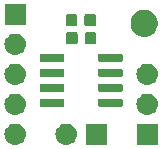
<source format=gts>
G04 #@! TF.GenerationSoftware,KiCad,Pcbnew,5.1.2-f72e74a~84~ubuntu16.04.1*
G04 #@! TF.CreationDate,2019-07-19T18:16:20+01:00*
G04 #@! TF.ProjectId,DigitalPot,44696769-7461-46c5-906f-742e6b696361,rev?*
G04 #@! TF.SameCoordinates,Original*
G04 #@! TF.FileFunction,Soldermask,Top*
G04 #@! TF.FilePolarity,Negative*
%FSLAX46Y46*%
G04 Gerber Fmt 4.6, Leading zero omitted, Abs format (unit mm)*
G04 Created by KiCad (PCBNEW 5.1.2-f72e74a~84~ubuntu16.04.1) date 2019-07-19 18:16:20*
%MOMM*%
%LPD*%
G04 APERTURE LIST*
%ADD10C,0.100000*%
G04 APERTURE END LIST*
D10*
G36*
X149462442Y-73019518D02*
G01*
X149528627Y-73026037D01*
X149698466Y-73077557D01*
X149854991Y-73161222D01*
X149890729Y-73190552D01*
X149992186Y-73273814D01*
X150075448Y-73375271D01*
X150104778Y-73411009D01*
X150188443Y-73567534D01*
X150239963Y-73737373D01*
X150257359Y-73914000D01*
X150239963Y-74090627D01*
X150188443Y-74260466D01*
X150104778Y-74416991D01*
X150075448Y-74452729D01*
X149992186Y-74554186D01*
X149890729Y-74637448D01*
X149854991Y-74666778D01*
X149698466Y-74750443D01*
X149528627Y-74801963D01*
X149462442Y-74808482D01*
X149396260Y-74815000D01*
X149307740Y-74815000D01*
X149241558Y-74808482D01*
X149175373Y-74801963D01*
X149005534Y-74750443D01*
X148849009Y-74666778D01*
X148813271Y-74637448D01*
X148711814Y-74554186D01*
X148628552Y-74452729D01*
X148599222Y-74416991D01*
X148515557Y-74260466D01*
X148464037Y-74090627D01*
X148446641Y-73914000D01*
X148464037Y-73737373D01*
X148515557Y-73567534D01*
X148599222Y-73411009D01*
X148628552Y-73375271D01*
X148711814Y-73273814D01*
X148813271Y-73190552D01*
X148849009Y-73161222D01*
X149005534Y-73077557D01*
X149175373Y-73026037D01*
X149241558Y-73019518D01*
X149307740Y-73013000D01*
X149396260Y-73013000D01*
X149462442Y-73019518D01*
X149462442Y-73019518D01*
G37*
G36*
X145144442Y-73019518D02*
G01*
X145210627Y-73026037D01*
X145380466Y-73077557D01*
X145536991Y-73161222D01*
X145572729Y-73190552D01*
X145674186Y-73273814D01*
X145757448Y-73375271D01*
X145786778Y-73411009D01*
X145870443Y-73567534D01*
X145921963Y-73737373D01*
X145939359Y-73914000D01*
X145921963Y-74090627D01*
X145870443Y-74260466D01*
X145786778Y-74416991D01*
X145757448Y-74452729D01*
X145674186Y-74554186D01*
X145572729Y-74637448D01*
X145536991Y-74666778D01*
X145380466Y-74750443D01*
X145210627Y-74801963D01*
X145144442Y-74808482D01*
X145078260Y-74815000D01*
X144989740Y-74815000D01*
X144923558Y-74808482D01*
X144857373Y-74801963D01*
X144687534Y-74750443D01*
X144531009Y-74666778D01*
X144495271Y-74637448D01*
X144393814Y-74554186D01*
X144310552Y-74452729D01*
X144281222Y-74416991D01*
X144197557Y-74260466D01*
X144146037Y-74090627D01*
X144128641Y-73914000D01*
X144146037Y-73737373D01*
X144197557Y-73567534D01*
X144281222Y-73411009D01*
X144310552Y-73375271D01*
X144393814Y-73273814D01*
X144495271Y-73190552D01*
X144531009Y-73161222D01*
X144687534Y-73077557D01*
X144857373Y-73026037D01*
X144923558Y-73019518D01*
X144989740Y-73013000D01*
X145078260Y-73013000D01*
X145144442Y-73019518D01*
X145144442Y-73019518D01*
G37*
G36*
X157111000Y-74815000D02*
G01*
X155309000Y-74815000D01*
X155309000Y-73013000D01*
X157111000Y-73013000D01*
X157111000Y-74815000D01*
X157111000Y-74815000D01*
G37*
G36*
X152793000Y-74815000D02*
G01*
X150991000Y-74815000D01*
X150991000Y-73013000D01*
X152793000Y-73013000D01*
X152793000Y-74815000D01*
X152793000Y-74815000D01*
G37*
G36*
X156320443Y-70479519D02*
G01*
X156386627Y-70486037D01*
X156556466Y-70537557D01*
X156712991Y-70621222D01*
X156748729Y-70650552D01*
X156850186Y-70733814D01*
X156933448Y-70835271D01*
X156962778Y-70871009D01*
X157046443Y-71027534D01*
X157097963Y-71197373D01*
X157115359Y-71374000D01*
X157097963Y-71550627D01*
X157046443Y-71720466D01*
X156962778Y-71876991D01*
X156933448Y-71912729D01*
X156850186Y-72014186D01*
X156748729Y-72097448D01*
X156712991Y-72126778D01*
X156556466Y-72210443D01*
X156386627Y-72261963D01*
X156320443Y-72268481D01*
X156254260Y-72275000D01*
X156165740Y-72275000D01*
X156099557Y-72268481D01*
X156033373Y-72261963D01*
X155863534Y-72210443D01*
X155707009Y-72126778D01*
X155671271Y-72097448D01*
X155569814Y-72014186D01*
X155486552Y-71912729D01*
X155457222Y-71876991D01*
X155373557Y-71720466D01*
X155322037Y-71550627D01*
X155304641Y-71374000D01*
X155322037Y-71197373D01*
X155373557Y-71027534D01*
X155457222Y-70871009D01*
X155486552Y-70835271D01*
X155569814Y-70733814D01*
X155671271Y-70650552D01*
X155707009Y-70621222D01*
X155863534Y-70537557D01*
X156033373Y-70486037D01*
X156099557Y-70479519D01*
X156165740Y-70473000D01*
X156254260Y-70473000D01*
X156320443Y-70479519D01*
X156320443Y-70479519D01*
G37*
G36*
X145144443Y-70479519D02*
G01*
X145210627Y-70486037D01*
X145380466Y-70537557D01*
X145536991Y-70621222D01*
X145572729Y-70650552D01*
X145674186Y-70733814D01*
X145757448Y-70835271D01*
X145786778Y-70871009D01*
X145870443Y-71027534D01*
X145921963Y-71197373D01*
X145939359Y-71374000D01*
X145921963Y-71550627D01*
X145870443Y-71720466D01*
X145786778Y-71876991D01*
X145757448Y-71912729D01*
X145674186Y-72014186D01*
X145572729Y-72097448D01*
X145536991Y-72126778D01*
X145380466Y-72210443D01*
X145210627Y-72261963D01*
X145144443Y-72268481D01*
X145078260Y-72275000D01*
X144989740Y-72275000D01*
X144923557Y-72268481D01*
X144857373Y-72261963D01*
X144687534Y-72210443D01*
X144531009Y-72126778D01*
X144495271Y-72097448D01*
X144393814Y-72014186D01*
X144310552Y-71912729D01*
X144281222Y-71876991D01*
X144197557Y-71720466D01*
X144146037Y-71550627D01*
X144128641Y-71374000D01*
X144146037Y-71197373D01*
X144197557Y-71027534D01*
X144281222Y-70871009D01*
X144310552Y-70835271D01*
X144393814Y-70733814D01*
X144495271Y-70650552D01*
X144531009Y-70621222D01*
X144687534Y-70537557D01*
X144857373Y-70486037D01*
X144923557Y-70479519D01*
X144989740Y-70473000D01*
X145078260Y-70473000D01*
X145144443Y-70479519D01*
X145144443Y-70479519D01*
G37*
G36*
X149081928Y-70898764D02*
G01*
X149103009Y-70905160D01*
X149122445Y-70915548D01*
X149139476Y-70929524D01*
X149153452Y-70946555D01*
X149163840Y-70965991D01*
X149170236Y-70987072D01*
X149173000Y-71015140D01*
X149173000Y-71478860D01*
X149170236Y-71506928D01*
X149163840Y-71528009D01*
X149153452Y-71547445D01*
X149139476Y-71564476D01*
X149122445Y-71578452D01*
X149103009Y-71588840D01*
X149081928Y-71595236D01*
X149053860Y-71598000D01*
X147240140Y-71598000D01*
X147212072Y-71595236D01*
X147190991Y-71588840D01*
X147171555Y-71578452D01*
X147154524Y-71564476D01*
X147140548Y-71547445D01*
X147130160Y-71528009D01*
X147123764Y-71506928D01*
X147121000Y-71478860D01*
X147121000Y-71015140D01*
X147123764Y-70987072D01*
X147130160Y-70965991D01*
X147140548Y-70946555D01*
X147154524Y-70929524D01*
X147171555Y-70915548D01*
X147190991Y-70905160D01*
X147212072Y-70898764D01*
X147240140Y-70896000D01*
X149053860Y-70896000D01*
X149081928Y-70898764D01*
X149081928Y-70898764D01*
G37*
G36*
X154031928Y-70898764D02*
G01*
X154053009Y-70905160D01*
X154072445Y-70915548D01*
X154089476Y-70929524D01*
X154103452Y-70946555D01*
X154113840Y-70965991D01*
X154120236Y-70987072D01*
X154123000Y-71015140D01*
X154123000Y-71478860D01*
X154120236Y-71506928D01*
X154113840Y-71528009D01*
X154103452Y-71547445D01*
X154089476Y-71564476D01*
X154072445Y-71578452D01*
X154053009Y-71588840D01*
X154031928Y-71595236D01*
X154003860Y-71598000D01*
X152190140Y-71598000D01*
X152162072Y-71595236D01*
X152140991Y-71588840D01*
X152121555Y-71578452D01*
X152104524Y-71564476D01*
X152090548Y-71547445D01*
X152080160Y-71528009D01*
X152073764Y-71506928D01*
X152071000Y-71478860D01*
X152071000Y-71015140D01*
X152073764Y-70987072D01*
X152080160Y-70965991D01*
X152090548Y-70946555D01*
X152104524Y-70929524D01*
X152121555Y-70915548D01*
X152140991Y-70905160D01*
X152162072Y-70898764D01*
X152190140Y-70896000D01*
X154003860Y-70896000D01*
X154031928Y-70898764D01*
X154031928Y-70898764D01*
G37*
G36*
X149081928Y-69628764D02*
G01*
X149103009Y-69635160D01*
X149122445Y-69645548D01*
X149139476Y-69659524D01*
X149153452Y-69676555D01*
X149163840Y-69695991D01*
X149170236Y-69717072D01*
X149173000Y-69745140D01*
X149173000Y-70208860D01*
X149170236Y-70236928D01*
X149163840Y-70258009D01*
X149153452Y-70277445D01*
X149139476Y-70294476D01*
X149122445Y-70308452D01*
X149103009Y-70318840D01*
X149081928Y-70325236D01*
X149053860Y-70328000D01*
X147240140Y-70328000D01*
X147212072Y-70325236D01*
X147190991Y-70318840D01*
X147171555Y-70308452D01*
X147154524Y-70294476D01*
X147140548Y-70277445D01*
X147130160Y-70258009D01*
X147123764Y-70236928D01*
X147121000Y-70208860D01*
X147121000Y-69745140D01*
X147123764Y-69717072D01*
X147130160Y-69695991D01*
X147140548Y-69676555D01*
X147154524Y-69659524D01*
X147171555Y-69645548D01*
X147190991Y-69635160D01*
X147212072Y-69628764D01*
X147240140Y-69626000D01*
X149053860Y-69626000D01*
X149081928Y-69628764D01*
X149081928Y-69628764D01*
G37*
G36*
X154031928Y-69628764D02*
G01*
X154053009Y-69635160D01*
X154072445Y-69645548D01*
X154089476Y-69659524D01*
X154103452Y-69676555D01*
X154113840Y-69695991D01*
X154120236Y-69717072D01*
X154123000Y-69745140D01*
X154123000Y-70208860D01*
X154120236Y-70236928D01*
X154113840Y-70258009D01*
X154103452Y-70277445D01*
X154089476Y-70294476D01*
X154072445Y-70308452D01*
X154053009Y-70318840D01*
X154031928Y-70325236D01*
X154003860Y-70328000D01*
X152190140Y-70328000D01*
X152162072Y-70325236D01*
X152140991Y-70318840D01*
X152121555Y-70308452D01*
X152104524Y-70294476D01*
X152090548Y-70277445D01*
X152080160Y-70258009D01*
X152073764Y-70236928D01*
X152071000Y-70208860D01*
X152071000Y-69745140D01*
X152073764Y-69717072D01*
X152080160Y-69695991D01*
X152090548Y-69676555D01*
X152104524Y-69659524D01*
X152121555Y-69645548D01*
X152140991Y-69635160D01*
X152162072Y-69628764D01*
X152190140Y-69626000D01*
X154003860Y-69626000D01*
X154031928Y-69628764D01*
X154031928Y-69628764D01*
G37*
G36*
X145144442Y-67939518D02*
G01*
X145210627Y-67946037D01*
X145380466Y-67997557D01*
X145536991Y-68081222D01*
X145572729Y-68110552D01*
X145674186Y-68193814D01*
X145757448Y-68295271D01*
X145786778Y-68331009D01*
X145870443Y-68487534D01*
X145921963Y-68657373D01*
X145939359Y-68834000D01*
X145921963Y-69010627D01*
X145870443Y-69180466D01*
X145786778Y-69336991D01*
X145757448Y-69372729D01*
X145674186Y-69474186D01*
X145572729Y-69557448D01*
X145536991Y-69586778D01*
X145380466Y-69670443D01*
X145210627Y-69721963D01*
X145144443Y-69728481D01*
X145078260Y-69735000D01*
X144989740Y-69735000D01*
X144923557Y-69728481D01*
X144857373Y-69721963D01*
X144687534Y-69670443D01*
X144531009Y-69586778D01*
X144495271Y-69557448D01*
X144393814Y-69474186D01*
X144310552Y-69372729D01*
X144281222Y-69336991D01*
X144197557Y-69180466D01*
X144146037Y-69010627D01*
X144128641Y-68834000D01*
X144146037Y-68657373D01*
X144197557Y-68487534D01*
X144281222Y-68331009D01*
X144310552Y-68295271D01*
X144393814Y-68193814D01*
X144495271Y-68110552D01*
X144531009Y-68081222D01*
X144687534Y-67997557D01*
X144857373Y-67946037D01*
X144923558Y-67939518D01*
X144989740Y-67933000D01*
X145078260Y-67933000D01*
X145144442Y-67939518D01*
X145144442Y-67939518D01*
G37*
G36*
X156320442Y-67939518D02*
G01*
X156386627Y-67946037D01*
X156556466Y-67997557D01*
X156712991Y-68081222D01*
X156748729Y-68110552D01*
X156850186Y-68193814D01*
X156933448Y-68295271D01*
X156962778Y-68331009D01*
X157046443Y-68487534D01*
X157097963Y-68657373D01*
X157115359Y-68834000D01*
X157097963Y-69010627D01*
X157046443Y-69180466D01*
X156962778Y-69336991D01*
X156933448Y-69372729D01*
X156850186Y-69474186D01*
X156748729Y-69557448D01*
X156712991Y-69586778D01*
X156556466Y-69670443D01*
X156386627Y-69721963D01*
X156320443Y-69728481D01*
X156254260Y-69735000D01*
X156165740Y-69735000D01*
X156099557Y-69728481D01*
X156033373Y-69721963D01*
X155863534Y-69670443D01*
X155707009Y-69586778D01*
X155671271Y-69557448D01*
X155569814Y-69474186D01*
X155486552Y-69372729D01*
X155457222Y-69336991D01*
X155373557Y-69180466D01*
X155322037Y-69010627D01*
X155304641Y-68834000D01*
X155322037Y-68657373D01*
X155373557Y-68487534D01*
X155457222Y-68331009D01*
X155486552Y-68295271D01*
X155569814Y-68193814D01*
X155671271Y-68110552D01*
X155707009Y-68081222D01*
X155863534Y-67997557D01*
X156033373Y-67946037D01*
X156099558Y-67939518D01*
X156165740Y-67933000D01*
X156254260Y-67933000D01*
X156320442Y-67939518D01*
X156320442Y-67939518D01*
G37*
G36*
X154031928Y-68358764D02*
G01*
X154053009Y-68365160D01*
X154072445Y-68375548D01*
X154089476Y-68389524D01*
X154103452Y-68406555D01*
X154113840Y-68425991D01*
X154120236Y-68447072D01*
X154123000Y-68475140D01*
X154123000Y-68938860D01*
X154120236Y-68966928D01*
X154113840Y-68988009D01*
X154103452Y-69007445D01*
X154089476Y-69024476D01*
X154072445Y-69038452D01*
X154053009Y-69048840D01*
X154031928Y-69055236D01*
X154003860Y-69058000D01*
X152190140Y-69058000D01*
X152162072Y-69055236D01*
X152140991Y-69048840D01*
X152121555Y-69038452D01*
X152104524Y-69024476D01*
X152090548Y-69007445D01*
X152080160Y-68988009D01*
X152073764Y-68966928D01*
X152071000Y-68938860D01*
X152071000Y-68475140D01*
X152073764Y-68447072D01*
X152080160Y-68425991D01*
X152090548Y-68406555D01*
X152104524Y-68389524D01*
X152121555Y-68375548D01*
X152140991Y-68365160D01*
X152162072Y-68358764D01*
X152190140Y-68356000D01*
X154003860Y-68356000D01*
X154031928Y-68358764D01*
X154031928Y-68358764D01*
G37*
G36*
X149081928Y-68358764D02*
G01*
X149103009Y-68365160D01*
X149122445Y-68375548D01*
X149139476Y-68389524D01*
X149153452Y-68406555D01*
X149163840Y-68425991D01*
X149170236Y-68447072D01*
X149173000Y-68475140D01*
X149173000Y-68938860D01*
X149170236Y-68966928D01*
X149163840Y-68988009D01*
X149153452Y-69007445D01*
X149139476Y-69024476D01*
X149122445Y-69038452D01*
X149103009Y-69048840D01*
X149081928Y-69055236D01*
X149053860Y-69058000D01*
X147240140Y-69058000D01*
X147212072Y-69055236D01*
X147190991Y-69048840D01*
X147171555Y-69038452D01*
X147154524Y-69024476D01*
X147140548Y-69007445D01*
X147130160Y-68988009D01*
X147123764Y-68966928D01*
X147121000Y-68938860D01*
X147121000Y-68475140D01*
X147123764Y-68447072D01*
X147130160Y-68425991D01*
X147140548Y-68406555D01*
X147154524Y-68389524D01*
X147171555Y-68375548D01*
X147190991Y-68365160D01*
X147212072Y-68358764D01*
X147240140Y-68356000D01*
X149053860Y-68356000D01*
X149081928Y-68358764D01*
X149081928Y-68358764D01*
G37*
G36*
X154031928Y-67088764D02*
G01*
X154053009Y-67095160D01*
X154072445Y-67105548D01*
X154089476Y-67119524D01*
X154103452Y-67136555D01*
X154113840Y-67155991D01*
X154120236Y-67177072D01*
X154123000Y-67205140D01*
X154123000Y-67668860D01*
X154120236Y-67696928D01*
X154113840Y-67718009D01*
X154103452Y-67737445D01*
X154089476Y-67754476D01*
X154072445Y-67768452D01*
X154053009Y-67778840D01*
X154031928Y-67785236D01*
X154003860Y-67788000D01*
X152190140Y-67788000D01*
X152162072Y-67785236D01*
X152140991Y-67778840D01*
X152121555Y-67768452D01*
X152104524Y-67754476D01*
X152090548Y-67737445D01*
X152080160Y-67718009D01*
X152073764Y-67696928D01*
X152071000Y-67668860D01*
X152071000Y-67205140D01*
X152073764Y-67177072D01*
X152080160Y-67155991D01*
X152090548Y-67136555D01*
X152104524Y-67119524D01*
X152121555Y-67105548D01*
X152140991Y-67095160D01*
X152162072Y-67088764D01*
X152190140Y-67086000D01*
X154003860Y-67086000D01*
X154031928Y-67088764D01*
X154031928Y-67088764D01*
G37*
G36*
X149081928Y-67088764D02*
G01*
X149103009Y-67095160D01*
X149122445Y-67105548D01*
X149139476Y-67119524D01*
X149153452Y-67136555D01*
X149163840Y-67155991D01*
X149170236Y-67177072D01*
X149173000Y-67205140D01*
X149173000Y-67668860D01*
X149170236Y-67696928D01*
X149163840Y-67718009D01*
X149153452Y-67737445D01*
X149139476Y-67754476D01*
X149122445Y-67768452D01*
X149103009Y-67778840D01*
X149081928Y-67785236D01*
X149053860Y-67788000D01*
X147240140Y-67788000D01*
X147212072Y-67785236D01*
X147190991Y-67778840D01*
X147171555Y-67768452D01*
X147154524Y-67754476D01*
X147140548Y-67737445D01*
X147130160Y-67718009D01*
X147123764Y-67696928D01*
X147121000Y-67668860D01*
X147121000Y-67205140D01*
X147123764Y-67177072D01*
X147130160Y-67155991D01*
X147140548Y-67136555D01*
X147154524Y-67119524D01*
X147171555Y-67105548D01*
X147190991Y-67095160D01*
X147212072Y-67088764D01*
X147240140Y-67086000D01*
X149053860Y-67086000D01*
X149081928Y-67088764D01*
X149081928Y-67088764D01*
G37*
G36*
X145144443Y-65399519D02*
G01*
X145210627Y-65406037D01*
X145380466Y-65457557D01*
X145536991Y-65541222D01*
X145572729Y-65570552D01*
X145674186Y-65653814D01*
X145757448Y-65755271D01*
X145786778Y-65791009D01*
X145870443Y-65947534D01*
X145921963Y-66117373D01*
X145939359Y-66294000D01*
X145921963Y-66470627D01*
X145870443Y-66640466D01*
X145786778Y-66796991D01*
X145757448Y-66832729D01*
X145674186Y-66934186D01*
X145572729Y-67017448D01*
X145536991Y-67046778D01*
X145380466Y-67130443D01*
X145210627Y-67181963D01*
X145144442Y-67188482D01*
X145078260Y-67195000D01*
X144989740Y-67195000D01*
X144923558Y-67188482D01*
X144857373Y-67181963D01*
X144687534Y-67130443D01*
X144531009Y-67046778D01*
X144495271Y-67017448D01*
X144393814Y-66934186D01*
X144310552Y-66832729D01*
X144281222Y-66796991D01*
X144197557Y-66640466D01*
X144146037Y-66470627D01*
X144128641Y-66294000D01*
X144146037Y-66117373D01*
X144197557Y-65947534D01*
X144281222Y-65791009D01*
X144310552Y-65755271D01*
X144393814Y-65653814D01*
X144495271Y-65570552D01*
X144531009Y-65541222D01*
X144687534Y-65457557D01*
X144857373Y-65406037D01*
X144923557Y-65399519D01*
X144989740Y-65393000D01*
X145078260Y-65393000D01*
X145144443Y-65399519D01*
X145144443Y-65399519D01*
G37*
G36*
X150176591Y-65264085D02*
G01*
X150210569Y-65274393D01*
X150241890Y-65291134D01*
X150269339Y-65313661D01*
X150291866Y-65341110D01*
X150308607Y-65372431D01*
X150318915Y-65406409D01*
X150323000Y-65447890D01*
X150323000Y-66124110D01*
X150318915Y-66165591D01*
X150308607Y-66199569D01*
X150291866Y-66230890D01*
X150269339Y-66258339D01*
X150241890Y-66280866D01*
X150210569Y-66297607D01*
X150176591Y-66307915D01*
X150135110Y-66312000D01*
X149533890Y-66312000D01*
X149492409Y-66307915D01*
X149458431Y-66297607D01*
X149427110Y-66280866D01*
X149399661Y-66258339D01*
X149377134Y-66230890D01*
X149360393Y-66199569D01*
X149350085Y-66165591D01*
X149346000Y-66124110D01*
X149346000Y-65447890D01*
X149350085Y-65406409D01*
X149360393Y-65372431D01*
X149377134Y-65341110D01*
X149399661Y-65313661D01*
X149427110Y-65291134D01*
X149458431Y-65274393D01*
X149492409Y-65264085D01*
X149533890Y-65260000D01*
X150135110Y-65260000D01*
X150176591Y-65264085D01*
X150176591Y-65264085D01*
G37*
G36*
X151751591Y-65264085D02*
G01*
X151785569Y-65274393D01*
X151816890Y-65291134D01*
X151844339Y-65313661D01*
X151866866Y-65341110D01*
X151883607Y-65372431D01*
X151893915Y-65406409D01*
X151898000Y-65447890D01*
X151898000Y-66124110D01*
X151893915Y-66165591D01*
X151883607Y-66199569D01*
X151866866Y-66230890D01*
X151844339Y-66258339D01*
X151816890Y-66280866D01*
X151785569Y-66297607D01*
X151751591Y-66307915D01*
X151710110Y-66312000D01*
X151108890Y-66312000D01*
X151067409Y-66307915D01*
X151033431Y-66297607D01*
X151002110Y-66280866D01*
X150974661Y-66258339D01*
X150952134Y-66230890D01*
X150935393Y-66199569D01*
X150925085Y-66165591D01*
X150921000Y-66124110D01*
X150921000Y-65447890D01*
X150925085Y-65406409D01*
X150935393Y-65372431D01*
X150952134Y-65341110D01*
X150974661Y-65313661D01*
X151002110Y-65291134D01*
X151033431Y-65274393D01*
X151067409Y-65264085D01*
X151108890Y-65260000D01*
X151710110Y-65260000D01*
X151751591Y-65264085D01*
X151751591Y-65264085D01*
G37*
G36*
X156180549Y-63387116D02*
G01*
X156291734Y-63409232D01*
X156501203Y-63495997D01*
X156689720Y-63621960D01*
X156850040Y-63782280D01*
X156950480Y-63932599D01*
X156976004Y-63970799D01*
X157062768Y-64180267D01*
X157107000Y-64402635D01*
X157107000Y-64629365D01*
X157104568Y-64641591D01*
X157062768Y-64851734D01*
X156976003Y-65061203D01*
X156850040Y-65249720D01*
X156689720Y-65410040D01*
X156501203Y-65536003D01*
X156501202Y-65536004D01*
X156501201Y-65536004D01*
X156439850Y-65561416D01*
X156291734Y-65622768D01*
X156180549Y-65644884D01*
X156069365Y-65667000D01*
X155842635Y-65667000D01*
X155731451Y-65644884D01*
X155620266Y-65622768D01*
X155472150Y-65561416D01*
X155410799Y-65536004D01*
X155410798Y-65536004D01*
X155410797Y-65536003D01*
X155222280Y-65410040D01*
X155061960Y-65249720D01*
X154935997Y-65061203D01*
X154849232Y-64851734D01*
X154807432Y-64641591D01*
X154805000Y-64629365D01*
X154805000Y-64402635D01*
X154849232Y-64180267D01*
X154935996Y-63970799D01*
X154961520Y-63932599D01*
X155061960Y-63782280D01*
X155222280Y-63621960D01*
X155410797Y-63495997D01*
X155620266Y-63409232D01*
X155731451Y-63387116D01*
X155842635Y-63365000D01*
X156069365Y-63365000D01*
X156180549Y-63387116D01*
X156180549Y-63387116D01*
G37*
G36*
X150151091Y-63740085D02*
G01*
X150185069Y-63750393D01*
X150216390Y-63767134D01*
X150243839Y-63789661D01*
X150266366Y-63817110D01*
X150283107Y-63848431D01*
X150293415Y-63882409D01*
X150297500Y-63923890D01*
X150297500Y-64600110D01*
X150293415Y-64641591D01*
X150283107Y-64675569D01*
X150266366Y-64706890D01*
X150243839Y-64734339D01*
X150216390Y-64756866D01*
X150185069Y-64773607D01*
X150151091Y-64783915D01*
X150109610Y-64788000D01*
X149508390Y-64788000D01*
X149466909Y-64783915D01*
X149432931Y-64773607D01*
X149401610Y-64756866D01*
X149374161Y-64734339D01*
X149351634Y-64706890D01*
X149334893Y-64675569D01*
X149324585Y-64641591D01*
X149320500Y-64600110D01*
X149320500Y-63923890D01*
X149324585Y-63882409D01*
X149334893Y-63848431D01*
X149351634Y-63817110D01*
X149374161Y-63789661D01*
X149401610Y-63767134D01*
X149432931Y-63750393D01*
X149466909Y-63740085D01*
X149508390Y-63736000D01*
X150109610Y-63736000D01*
X150151091Y-63740085D01*
X150151091Y-63740085D01*
G37*
G36*
X151726091Y-63740085D02*
G01*
X151760069Y-63750393D01*
X151791390Y-63767134D01*
X151818839Y-63789661D01*
X151841366Y-63817110D01*
X151858107Y-63848431D01*
X151868415Y-63882409D01*
X151872500Y-63923890D01*
X151872500Y-64600110D01*
X151868415Y-64641591D01*
X151858107Y-64675569D01*
X151841366Y-64706890D01*
X151818839Y-64734339D01*
X151791390Y-64756866D01*
X151760069Y-64773607D01*
X151726091Y-64783915D01*
X151684610Y-64788000D01*
X151083390Y-64788000D01*
X151041909Y-64783915D01*
X151007931Y-64773607D01*
X150976610Y-64756866D01*
X150949161Y-64734339D01*
X150926634Y-64706890D01*
X150909893Y-64675569D01*
X150899585Y-64641591D01*
X150895500Y-64600110D01*
X150895500Y-63923890D01*
X150899585Y-63882409D01*
X150909893Y-63848431D01*
X150926634Y-63817110D01*
X150949161Y-63789661D01*
X150976610Y-63767134D01*
X151007931Y-63750393D01*
X151041909Y-63740085D01*
X151083390Y-63736000D01*
X151684610Y-63736000D01*
X151726091Y-63740085D01*
X151726091Y-63740085D01*
G37*
G36*
X145935000Y-64655000D02*
G01*
X144133000Y-64655000D01*
X144133000Y-62853000D01*
X145935000Y-62853000D01*
X145935000Y-64655000D01*
X145935000Y-64655000D01*
G37*
M02*

</source>
